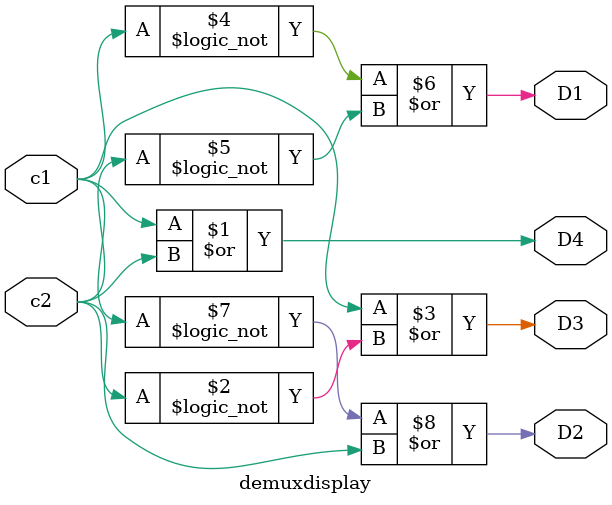
<source format=v>
module demuxdisplay(c1, c2, D1, D2, D3, D4);
	input c1, c2;
	output D1, D2, D3, D4;
	
	// [0]
	or(D4, c1, c2);
	
	// [1]
	or(D3, c1, !c2);
	
	// [2]
	or(D1, !c1, !c2);

	// [3]
	or(D2, !c1, c2);


endmodule 
</source>
